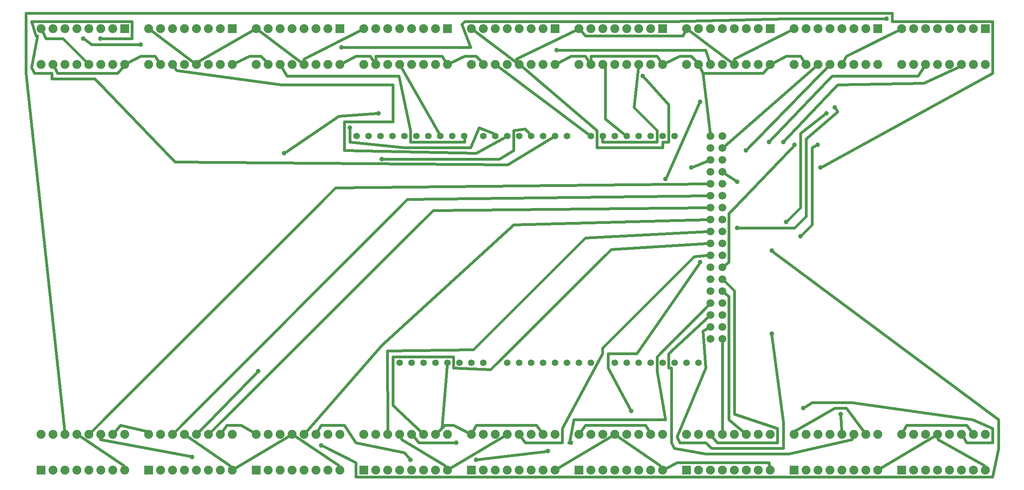
<source format=gtl>
G04 MADE WITH FRITZING*
G04 WWW.FRITZING.ORG*
G04 DOUBLE SIDED*
G04 HOLES PLATED*
G04 CONTOUR ON CENTER OF CONTOUR VECTOR*
%ASAXBY*%
%FSLAX23Y23*%
%MOIN*%
%OFA0B0*%
%SFA1.0B1.0*%
%ADD10C,0.039370*%
%ADD11C,0.055990*%
%ADD12C,0.065993*%
%ADD13C,0.065965*%
%ADD14C,0.075000*%
%ADD15R,0.075000X0.075000*%
%ADD16C,0.024000*%
%LNCOPPER1*%
G90*
G70*
G54D10*
X6108Y3007D03*
X6900Y799D03*
X6324Y1471D03*
X4644Y559D03*
X6588Y847D03*
X6300Y3079D03*
X2796Y3199D03*
X6420Y3079D03*
X5652Y2863D03*
X5148Y823D03*
X5724Y2071D03*
X6516Y3055D03*
X3060Y2935D03*
X6780Y3319D03*
X6444Y2407D03*
X5244Y3631D03*
X6852Y3367D03*
X6036Y2359D03*
X4524Y3847D03*
X3684Y559D03*
X5436Y2767D03*
X5724Y3415D03*
X6708Y3055D03*
X6564Y2287D03*
X3300Y415D03*
X3852Y415D03*
X4452Y487D03*
X708Y3943D03*
X2556Y535D03*
X6324Y2167D03*
X7284Y4111D03*
X2724Y3871D03*
X2244Y2983D03*
X3036Y3319D03*
X2028Y1159D03*
X1476Y439D03*
X564Y3943D03*
X1044Y3895D03*
X6732Y2863D03*
X6036Y2743D03*
G54D11*
X5111Y1229D03*
X3511Y1229D03*
X5211Y1229D03*
X5311Y1229D03*
X5411Y1229D03*
X5511Y1229D03*
G54D12*
X5811Y2629D03*
G54D11*
X5611Y1229D03*
X5711Y1229D03*
X3551Y3129D03*
X4111Y1229D03*
X4211Y1229D03*
X4311Y1229D03*
X4411Y1229D03*
G54D12*
X5811Y1829D03*
G54D11*
X4511Y1229D03*
X4611Y1229D03*
X4711Y1229D03*
X4811Y1229D03*
X4311Y3129D03*
G54D12*
X5811Y3029D03*
X5811Y2229D03*
X5811Y1429D03*
G54D11*
X3151Y3129D03*
X3911Y1229D03*
X3911Y3129D03*
G54D12*
X5811Y2829D03*
X5811Y2429D03*
G54D13*
X5811Y2029D03*
G54D11*
X5511Y3129D03*
G54D12*
X5811Y1629D03*
G54D11*
X5411Y3129D03*
X5311Y3129D03*
X5211Y3129D03*
X5111Y3129D03*
X5011Y3129D03*
X4911Y3129D03*
X4811Y3129D03*
X2951Y3129D03*
X3351Y3129D03*
X3751Y3129D03*
X3311Y1229D03*
X3711Y1229D03*
X4511Y3129D03*
X4111Y3129D03*
G54D12*
X5811Y3129D03*
X5811Y2929D03*
X5811Y2729D03*
X5811Y2529D03*
X5811Y2329D03*
X5811Y2129D03*
X5811Y1929D03*
X5811Y1729D03*
G54D13*
X5811Y1529D03*
G54D11*
X2851Y3129D03*
X3051Y3129D03*
X3251Y3129D03*
X3451Y3129D03*
X3651Y3129D03*
X3211Y1229D03*
X3411Y1229D03*
X3611Y1229D03*
X3811Y1229D03*
X4611Y3129D03*
X4411Y3129D03*
X4211Y3129D03*
X4011Y3129D03*
G54D12*
X5911Y3129D03*
X5911Y3029D03*
X5911Y2929D03*
X5911Y2829D03*
X5911Y2729D03*
X5911Y2629D03*
X5911Y2529D03*
X5911Y2429D03*
X5911Y2329D03*
X5911Y2229D03*
X5911Y2129D03*
G54D13*
X5911Y2029D03*
G54D12*
X5911Y1929D03*
X5911Y1829D03*
X5911Y1729D03*
X5911Y1629D03*
G54D13*
X5911Y1529D03*
G54D12*
X5911Y1429D03*
G54D11*
X5011Y1229D03*
G54D14*
X911Y4029D03*
X911Y3729D03*
X811Y4029D03*
X811Y3729D03*
X711Y4029D03*
X711Y3729D03*
X611Y4029D03*
X611Y3729D03*
X511Y4029D03*
X511Y3729D03*
X411Y4029D03*
X411Y3729D03*
X311Y4029D03*
X311Y3729D03*
X211Y4029D03*
X211Y3729D03*
X7411Y329D03*
X7411Y629D03*
X7511Y329D03*
X7511Y629D03*
X7611Y329D03*
X7611Y629D03*
X7711Y329D03*
X7711Y629D03*
X7811Y329D03*
X7811Y629D03*
X7911Y329D03*
X7911Y629D03*
X8011Y329D03*
X8011Y629D03*
X8111Y329D03*
X8111Y629D03*
X1811Y4029D03*
X1811Y3729D03*
X1711Y4029D03*
X1711Y3729D03*
X1611Y4029D03*
X1611Y3729D03*
X1511Y4029D03*
X1511Y3729D03*
X1411Y4029D03*
X1411Y3729D03*
X1311Y4029D03*
X1311Y3729D03*
X1211Y4029D03*
X1211Y3729D03*
X1111Y4029D03*
X1111Y3729D03*
X2711Y4029D03*
X2711Y3729D03*
X2611Y4029D03*
X2611Y3729D03*
X2511Y4029D03*
X2511Y3729D03*
X2411Y4029D03*
X2411Y3729D03*
X2311Y4029D03*
X2311Y3729D03*
X2211Y4029D03*
X2211Y3729D03*
X2111Y4029D03*
X2111Y3729D03*
X2011Y4029D03*
X2011Y3729D03*
X3611Y4029D03*
X3611Y3729D03*
X3511Y4029D03*
X3511Y3729D03*
X3411Y4029D03*
X3411Y3729D03*
X3311Y4029D03*
X3311Y3729D03*
X3211Y4029D03*
X3211Y3729D03*
X3111Y4029D03*
X3111Y3729D03*
X3011Y4029D03*
X3011Y3729D03*
X2911Y4029D03*
X2911Y3729D03*
X4511Y4029D03*
X4511Y3729D03*
X4411Y4029D03*
X4411Y3729D03*
X4311Y4029D03*
X4311Y3729D03*
X4211Y4029D03*
X4211Y3729D03*
X4111Y4029D03*
X4111Y3729D03*
X4011Y4029D03*
X4011Y3729D03*
X3911Y4029D03*
X3911Y3729D03*
X3811Y4029D03*
X3811Y3729D03*
X5411Y4029D03*
X5411Y3729D03*
X5311Y4029D03*
X5311Y3729D03*
X5211Y4029D03*
X5211Y3729D03*
X5111Y4029D03*
X5111Y3729D03*
X5011Y4029D03*
X5011Y3729D03*
X4911Y4029D03*
X4911Y3729D03*
X4811Y4029D03*
X4811Y3729D03*
X4711Y4029D03*
X4711Y3729D03*
X6311Y4029D03*
X6311Y3729D03*
X6211Y4029D03*
X6211Y3729D03*
X6111Y4029D03*
X6111Y3729D03*
X6011Y4029D03*
X6011Y3729D03*
X5911Y4029D03*
X5911Y3729D03*
X5811Y4029D03*
X5811Y3729D03*
X5711Y4029D03*
X5711Y3729D03*
X5611Y4029D03*
X5611Y3729D03*
X7211Y4029D03*
X7211Y3729D03*
X7111Y4029D03*
X7111Y3729D03*
X7011Y4029D03*
X7011Y3729D03*
X6911Y4029D03*
X6911Y3729D03*
X6811Y4029D03*
X6811Y3729D03*
X6711Y4029D03*
X6711Y3729D03*
X6611Y4029D03*
X6611Y3729D03*
X6511Y4029D03*
X6511Y3729D03*
X8111Y4029D03*
X8111Y3729D03*
X8011Y4029D03*
X8011Y3729D03*
X7911Y4029D03*
X7911Y3729D03*
X7811Y4029D03*
X7811Y3729D03*
X7711Y4029D03*
X7711Y3729D03*
X7611Y4029D03*
X7611Y3729D03*
X7511Y4029D03*
X7511Y3729D03*
X7411Y4029D03*
X7411Y3729D03*
X211Y329D03*
X211Y629D03*
X311Y329D03*
X311Y629D03*
X411Y329D03*
X411Y629D03*
X511Y329D03*
X511Y629D03*
X611Y329D03*
X611Y629D03*
X711Y329D03*
X711Y629D03*
X811Y329D03*
X811Y629D03*
X911Y329D03*
X911Y629D03*
X1111Y329D03*
X1111Y629D03*
X1211Y329D03*
X1211Y629D03*
X1311Y329D03*
X1311Y629D03*
X1411Y329D03*
X1411Y629D03*
X1511Y329D03*
X1511Y629D03*
X1611Y329D03*
X1611Y629D03*
X1711Y329D03*
X1711Y629D03*
X1811Y329D03*
X1811Y629D03*
X2011Y329D03*
X2011Y629D03*
X2111Y329D03*
X2111Y629D03*
X2211Y329D03*
X2211Y629D03*
X2311Y329D03*
X2311Y629D03*
X2411Y329D03*
X2411Y629D03*
X2511Y329D03*
X2511Y629D03*
X2611Y329D03*
X2611Y629D03*
X2711Y329D03*
X2711Y629D03*
X2911Y329D03*
X2911Y629D03*
X3011Y329D03*
X3011Y629D03*
X3111Y329D03*
X3111Y629D03*
X3211Y329D03*
X3211Y629D03*
X3311Y329D03*
X3311Y629D03*
X3411Y329D03*
X3411Y629D03*
X3511Y329D03*
X3511Y629D03*
X3611Y329D03*
X3611Y629D03*
X3811Y329D03*
X3811Y629D03*
X3911Y329D03*
X3911Y629D03*
X4011Y329D03*
X4011Y629D03*
X4111Y329D03*
X4111Y629D03*
X4211Y329D03*
X4211Y629D03*
X4311Y329D03*
X4311Y629D03*
X4411Y329D03*
X4411Y629D03*
X4511Y329D03*
X4511Y629D03*
X4711Y329D03*
X4711Y629D03*
X4811Y329D03*
X4811Y629D03*
X4911Y329D03*
X4911Y629D03*
X5011Y329D03*
X5011Y629D03*
X5111Y329D03*
X5111Y629D03*
X5211Y329D03*
X5211Y629D03*
X5311Y329D03*
X5311Y629D03*
X5411Y329D03*
X5411Y629D03*
X5611Y329D03*
X5611Y629D03*
X5711Y329D03*
X5711Y629D03*
X5811Y329D03*
X5811Y629D03*
X5911Y329D03*
X5911Y629D03*
X6011Y329D03*
X6011Y629D03*
X6111Y329D03*
X6111Y629D03*
X6211Y329D03*
X6211Y629D03*
X6311Y329D03*
X6311Y629D03*
X6511Y329D03*
X6511Y629D03*
X6611Y329D03*
X6611Y629D03*
X6711Y329D03*
X6711Y629D03*
X6811Y329D03*
X6811Y629D03*
X6911Y329D03*
X6911Y629D03*
X7011Y329D03*
X7011Y629D03*
X7111Y329D03*
X7111Y629D03*
X7211Y329D03*
X7211Y629D03*
G54D15*
X911Y4029D03*
X7411Y329D03*
X1811Y4029D03*
X2711Y4029D03*
X3611Y4029D03*
X4511Y4029D03*
X5411Y4029D03*
X6311Y4029D03*
X7211Y4029D03*
X8111Y4029D03*
X211Y329D03*
X1111Y329D03*
X2011Y329D03*
X2911Y329D03*
X3811Y329D03*
X4711Y329D03*
X5611Y329D03*
X6511Y329D03*
G54D16*
X4932Y3271D02*
X5089Y3146D01*
D02*
X4932Y3703D02*
X4932Y3271D01*
D02*
X4929Y3706D02*
X4932Y3703D01*
D02*
X5964Y751D02*
X5964Y1783D01*
D02*
X6089Y647D02*
X5964Y751D01*
D02*
X5172Y3367D02*
X5364Y3175D01*
D02*
X5208Y3700D02*
X5172Y3367D01*
D02*
X5964Y1783D02*
X5934Y1809D01*
D02*
X5364Y3079D02*
X4908Y3079D01*
D02*
X5364Y3175D02*
X5364Y3079D01*
D02*
X6690Y3710D02*
X5934Y3048D01*
D02*
X4908Y3079D02*
X4909Y3101D01*
D02*
X3225Y3704D02*
X3537Y3153D01*
D02*
X6372Y679D02*
X6012Y799D01*
D02*
X6372Y559D02*
X6372Y679D01*
D02*
X5868Y559D02*
X6372Y559D01*
D02*
X5829Y606D02*
X5868Y559D01*
D02*
X6012Y799D02*
X6012Y1831D01*
D02*
X6791Y3708D02*
X6121Y3021D01*
D02*
X6012Y1831D02*
X5933Y1908D01*
D02*
X4034Y3711D02*
X4789Y3145D01*
D02*
X6909Y657D02*
X6901Y780D01*
D02*
X6326Y1452D02*
X6420Y727D01*
D02*
X5532Y607D02*
X5772Y1183D01*
D02*
X5556Y559D02*
X5532Y607D01*
D02*
X5772Y559D02*
X5556Y559D01*
D02*
X5820Y511D02*
X5772Y559D01*
D02*
X6420Y511D02*
X5820Y511D01*
D02*
X6420Y727D02*
X6420Y511D01*
D02*
X1837Y3741D02*
X1956Y3799D01*
D02*
X5748Y1495D02*
X5785Y1515D01*
D02*
X5772Y1183D02*
X5748Y1495D01*
D02*
X2052Y3799D02*
X2093Y3751D01*
D02*
X1956Y3799D02*
X2052Y3799D01*
D02*
X936Y3742D02*
X1044Y3799D01*
D02*
X1164Y3799D02*
X1195Y3752D01*
D02*
X1044Y3799D02*
X1164Y3799D01*
D02*
X2995Y3752D02*
X2964Y3799D01*
D02*
X2844Y3799D02*
X2737Y3742D01*
D02*
X2964Y3799D02*
X2844Y3799D01*
D02*
X3012Y3799D02*
X3012Y3757D01*
D02*
X3564Y3799D02*
X3012Y3799D01*
D02*
X3595Y3752D02*
X3564Y3799D01*
D02*
X3756Y3799D02*
X3637Y3741D01*
D02*
X3852Y3799D02*
X3756Y3799D01*
D02*
X3893Y3751D02*
X3852Y3799D01*
D02*
X4644Y3799D02*
X4537Y3742D01*
D02*
X4764Y3799D02*
X4644Y3799D01*
D02*
X4795Y3752D02*
X4764Y3799D01*
D02*
X5395Y3752D02*
X5364Y3799D01*
D02*
X4812Y3799D02*
X4812Y3757D01*
D02*
X5364Y3799D02*
X4812Y3799D01*
D02*
X5693Y3751D02*
X5652Y3799D01*
D02*
X5556Y3799D02*
X5437Y3741D01*
D02*
X5652Y3799D02*
X5556Y3799D01*
D02*
X6293Y3706D02*
X6252Y3655D01*
D02*
X5748Y3655D02*
X5724Y3703D01*
D02*
X6252Y3655D02*
X5748Y3655D01*
D02*
X6444Y3799D02*
X6337Y3742D01*
D02*
X6564Y3799D02*
X6444Y3799D01*
D02*
X6595Y3752D02*
X6564Y3799D01*
D02*
X852Y3655D02*
X893Y3706D01*
D02*
X348Y3655D02*
X852Y3655D01*
D02*
X324Y3703D02*
X348Y3655D01*
D02*
X5808Y3158D02*
X5748Y3655D01*
D02*
X3564Y679D02*
X3609Y1201D01*
D02*
X3532Y648D02*
X3564Y679D01*
D02*
X3588Y703D02*
X3564Y679D01*
D02*
X3660Y703D02*
X3588Y703D01*
D02*
X3786Y641D02*
X3660Y703D01*
D02*
X4394Y652D02*
X4356Y703D01*
D02*
X3852Y703D02*
X3825Y654D01*
D02*
X4356Y703D02*
X3852Y703D01*
D02*
X5268Y703D02*
X4764Y703D01*
D02*
X5297Y653D02*
X5268Y703D01*
D02*
X4764Y703D02*
X4728Y652D01*
D02*
X7094Y652D02*
X6948Y847D01*
D02*
X6852Y847D02*
X6516Y655D01*
D02*
X6948Y847D02*
X6852Y847D01*
D02*
X6516Y655D02*
X6516Y657D01*
D02*
X7452Y703D02*
X7425Y654D01*
D02*
X7956Y703D02*
X7452Y703D01*
D02*
X7994Y652D02*
X7956Y703D01*
D02*
X1728Y652D02*
X1764Y703D01*
D02*
X1884Y703D02*
X1987Y643D01*
D02*
X1764Y703D02*
X1884Y703D01*
D02*
X830Y650D02*
X876Y703D01*
D02*
X1092Y655D02*
X1094Y652D01*
D02*
X876Y703D02*
X1092Y655D01*
D02*
X5772Y463D02*
X5508Y511D01*
D02*
X6468Y463D02*
X5772Y463D01*
D02*
X6996Y583D02*
X6468Y463D01*
D02*
X7002Y602D02*
X6996Y583D01*
D02*
X5460Y1303D02*
X5789Y1608D01*
D02*
X5460Y1183D02*
X5460Y1303D01*
D02*
X5484Y1183D02*
X5460Y1183D01*
D02*
X5484Y559D02*
X5484Y1183D01*
D02*
X5508Y511D02*
X5484Y559D01*
D02*
X4632Y559D02*
X4668Y751D01*
D02*
X4625Y559D02*
X4632Y559D01*
D02*
X5364Y1159D02*
X5364Y1279D01*
D02*
X5436Y751D02*
X5364Y1159D01*
D02*
X4668Y751D02*
X5436Y751D01*
D02*
X5364Y1279D02*
X5790Y1708D01*
D02*
X8172Y559D02*
X8172Y679D01*
D02*
X7956Y559D02*
X8172Y559D01*
D02*
X7927Y605D02*
X7956Y559D01*
D02*
X8004Y751D02*
X6996Y895D01*
D02*
X8172Y679D02*
X8004Y751D01*
D02*
X2226Y3704D02*
X2268Y3631D01*
D02*
X6660Y895D02*
X6604Y858D01*
D02*
X6996Y895D02*
X6660Y895D01*
D02*
X3204Y3631D02*
X3300Y3175D01*
D02*
X2268Y3631D02*
X3204Y3631D01*
D02*
X7548Y3631D02*
X6828Y3631D01*
D02*
X7596Y3705D02*
X7548Y3631D01*
D02*
X3756Y3079D02*
X3754Y3101D01*
D02*
X3300Y3079D02*
X3756Y3079D01*
D02*
X3300Y3175D02*
X3300Y3079D01*
D02*
X2796Y3180D02*
X2796Y3079D01*
D02*
X6828Y3631D02*
X6313Y3093D01*
D02*
X3876Y3199D02*
X3996Y3151D01*
D02*
X3804Y3031D02*
X3876Y3199D01*
D02*
X3252Y3031D02*
X3804Y3031D01*
D02*
X2796Y3079D02*
X3252Y3031D01*
D02*
X7884Y3703D02*
X7596Y3571D01*
D02*
X7890Y3709D02*
X7884Y3703D01*
D02*
X3996Y3151D02*
X3996Y3152D01*
D02*
X6876Y3559D02*
X6433Y3093D01*
D02*
X7596Y3571D02*
X6876Y3559D01*
D02*
X5139Y840D02*
X4956Y1183D01*
D02*
X5670Y2870D02*
X5784Y2917D01*
D02*
X5196Y1303D02*
X5713Y2056D01*
D02*
X4956Y1303D02*
X5196Y1303D01*
D02*
X4956Y1183D02*
X4956Y1303D01*
D02*
X5964Y2071D02*
X5934Y2047D01*
D02*
X5964Y2479D02*
X5964Y2071D01*
D02*
X6503Y3042D02*
X5964Y2479D01*
D02*
X4572Y679D02*
X4908Y1303D01*
D02*
X4572Y559D02*
X4572Y679D01*
D02*
X4260Y559D02*
X4572Y559D01*
D02*
X4228Y605D02*
X4260Y559D01*
D02*
X5676Y2119D02*
X5782Y2127D01*
D02*
X4908Y1351D02*
X5676Y2119D01*
D02*
X4908Y1303D02*
X4908Y1351D01*
D02*
X1344Y3679D02*
X2220Y3559D01*
D02*
X1327Y3705D02*
X1344Y3679D01*
D02*
X3852Y2983D02*
X4087Y3115D01*
D02*
X2748Y3007D02*
X3852Y2983D01*
D02*
X2748Y3247D02*
X2748Y3007D01*
D02*
X3156Y3247D02*
X2748Y3247D01*
D02*
X3156Y3559D02*
X3156Y3247D01*
D02*
X2220Y3559D02*
X3156Y3559D01*
D02*
X4044Y2935D02*
X4164Y3007D01*
D02*
X3079Y2935D02*
X4044Y2935D01*
D02*
X4260Y3187D02*
X4293Y3150D01*
D02*
X4164Y3175D02*
X4260Y3187D01*
D02*
X4164Y3007D02*
X4164Y3175D01*
D02*
X3391Y648D02*
X3156Y871D01*
D02*
X6564Y2527D02*
X6457Y2421D01*
D02*
X6564Y3151D02*
X6564Y2527D01*
D02*
X6765Y3308D02*
X6564Y3151D01*
D02*
X3660Y1183D02*
X3972Y1171D01*
D02*
X3660Y1279D02*
X3660Y1183D01*
D02*
X3156Y1279D02*
X3660Y1279D01*
D02*
X3156Y871D02*
X3156Y1279D01*
D02*
X631Y649D02*
X2676Y2695D01*
D02*
X4980Y2179D02*
X5781Y2227D01*
D02*
X3972Y1171D02*
X4980Y2179D01*
D02*
X2034Y4011D02*
X2388Y3746D01*
D02*
X2676Y2695D02*
X5781Y2728D01*
D02*
X1524Y3751D02*
X1986Y4014D01*
D02*
X1525Y3754D02*
X1524Y3751D01*
D02*
X1134Y4011D02*
X1488Y3746D01*
D02*
X396Y3943D02*
X591Y3749D01*
D02*
X252Y3943D02*
X396Y3943D01*
D02*
X224Y4003D02*
X252Y3943D01*
D02*
X2886Y4016D02*
X2412Y3775D01*
X2412Y3775D02*
X2412Y3757D01*
D02*
X4188Y3746D02*
X3834Y4011D01*
D02*
X4685Y4016D02*
X4188Y3775D01*
X4188Y3775D02*
X4198Y3754D01*
D02*
X5257Y3617D02*
X5460Y3391D01*
D02*
X4860Y3175D02*
X4233Y3710D01*
D02*
X4860Y3031D02*
X4860Y3175D01*
D02*
X5412Y3031D02*
X4860Y3031D01*
D02*
X5412Y3079D02*
X5412Y3031D01*
D02*
X5460Y3079D02*
X5412Y3079D01*
D02*
X5460Y3391D02*
X5460Y3079D01*
D02*
X5580Y3967D02*
X4764Y3967D01*
D02*
X5598Y4003D02*
X5580Y3967D01*
D02*
X4764Y3967D02*
X4730Y4007D01*
D02*
X5988Y3746D02*
X5634Y4011D01*
D02*
X6486Y4016D02*
X6012Y3775D01*
X6012Y3775D02*
X6012Y3757D01*
D02*
X7386Y4016D02*
X6948Y3799D01*
X6948Y3799D02*
X6924Y3754D01*
D02*
X3636Y343D02*
X4087Y614D01*
D02*
X3228Y583D02*
X3588Y367D01*
D02*
X3221Y602D02*
X3228Y583D01*
D02*
X3588Y367D02*
X3597Y353D01*
D02*
X2335Y613D02*
X2700Y367D01*
D02*
X2700Y367D02*
X2703Y356D01*
D02*
X1836Y343D02*
X2287Y614D01*
D02*
X1435Y612D02*
X1788Y367D01*
D02*
X1788Y367D02*
X1797Y353D01*
D02*
X535Y613D02*
X900Y367D01*
D02*
X900Y367D02*
X903Y356D01*
D02*
X4987Y614D02*
X4536Y343D01*
D02*
X5388Y367D02*
X5035Y612D01*
D02*
X5396Y353D02*
X5388Y367D01*
D02*
X5911Y657D02*
X5911Y1399D01*
D02*
X6300Y391D02*
X5532Y391D01*
D02*
X6306Y357D02*
X6300Y391D01*
D02*
X5532Y391D02*
X5437Y342D01*
D02*
X7687Y614D02*
X7236Y343D01*
D02*
X8100Y367D02*
X7716Y583D01*
D02*
X8103Y356D02*
X8100Y367D01*
D02*
X7716Y583D02*
X7714Y600D01*
D02*
X6612Y3103D02*
X6612Y2455D01*
D02*
X6876Y3331D02*
X6612Y3103D01*
D02*
X6863Y3351D02*
X6876Y3331D01*
D02*
X3330Y607D02*
X3372Y559D01*
D02*
X5772Y3847D02*
X4543Y3847D01*
D02*
X5802Y3756D02*
X5772Y3847D01*
D02*
X6516Y2359D02*
X6055Y2359D01*
D02*
X6612Y2455D02*
X6516Y2359D01*
D02*
X3372Y559D02*
X3665Y559D01*
D02*
X5444Y2785D02*
X5716Y3398D01*
D02*
X2526Y653D02*
X2556Y703D01*
D02*
X6660Y2383D02*
X6577Y2301D01*
D02*
X6660Y3031D02*
X6660Y2383D01*
D02*
X6691Y3047D02*
X6660Y3031D01*
D02*
X2844Y559D02*
X3252Y475D01*
D02*
X2748Y703D02*
X2844Y559D01*
D02*
X2556Y703D02*
X2748Y703D01*
D02*
X3252Y475D02*
X3288Y430D01*
D02*
X3871Y418D02*
X4433Y485D01*
D02*
X3111Y657D02*
X3108Y1327D01*
D02*
X2430Y650D02*
X3060Y1375D01*
D02*
X4764Y2275D02*
X5781Y2327D01*
D02*
X3828Y1339D02*
X4764Y2275D01*
D02*
X3108Y1327D02*
X3828Y1339D01*
D02*
X3060Y1375D02*
X4164Y2383D01*
D02*
X1632Y649D02*
X3492Y2503D01*
D02*
X4164Y2383D02*
X5781Y2428D01*
D02*
X1331Y649D02*
X3276Y2599D01*
D02*
X3492Y2503D02*
X5781Y2528D01*
D02*
X3276Y2599D02*
X5781Y2628D01*
D02*
X132Y4087D02*
X168Y3967D01*
D02*
X972Y4087D02*
X132Y4087D01*
D02*
X972Y3943D02*
X972Y4087D01*
D02*
X727Y3943D02*
X972Y3943D01*
D02*
X180Y3967D02*
X132Y3703D01*
D02*
X168Y3967D02*
X180Y3967D01*
D02*
X300Y3607D02*
X660Y3607D01*
D02*
X300Y3655D02*
X300Y3607D01*
D02*
X156Y3655D02*
X300Y3655D01*
D02*
X132Y3703D02*
X156Y3655D01*
D02*
X4116Y2887D02*
X4487Y3114D01*
D02*
X1332Y2911D02*
X4116Y2887D01*
D02*
X660Y3607D02*
X1332Y2911D01*
D02*
X2573Y527D02*
X2844Y391D01*
D02*
X2844Y271D02*
X8172Y271D01*
D02*
X2844Y391D02*
X2844Y271D01*
D02*
X8172Y271D02*
X8220Y511D01*
D02*
X8220Y751D02*
X6339Y2156D01*
D02*
X8220Y511D02*
X8220Y751D01*
D02*
X6444Y4111D02*
X5484Y4087D01*
D02*
X7265Y4111D02*
X6444Y4111D01*
D02*
X3756Y4087D02*
X3732Y4063D01*
D02*
X5484Y4087D02*
X3756Y4087D01*
D02*
X3732Y4063D02*
X3804Y3871D01*
D02*
X1531Y649D02*
X2015Y1146D01*
D02*
X3804Y3871D02*
X2743Y3871D01*
D02*
X2700Y3295D02*
X3017Y3318D01*
D02*
X2260Y2994D02*
X2700Y3295D01*
D02*
X709Y600D02*
X708Y583D01*
D02*
X708Y583D02*
X1457Y443D01*
D02*
X408Y657D02*
X84Y3655D01*
D02*
X636Y3895D02*
X1025Y3895D01*
D02*
X580Y3933D02*
X636Y3895D01*
D02*
X84Y3655D02*
X84Y4159D01*
D02*
X8172Y4087D02*
X8172Y3655D01*
D02*
X7332Y4087D02*
X8172Y4087D01*
D02*
X7332Y4159D02*
X7332Y4087D01*
D02*
X84Y4159D02*
X7332Y4159D01*
D02*
X8172Y3655D02*
X6749Y2872D01*
D02*
X6020Y2754D02*
X5936Y2812D01*
G04 End of Copper1*
M02*
</source>
